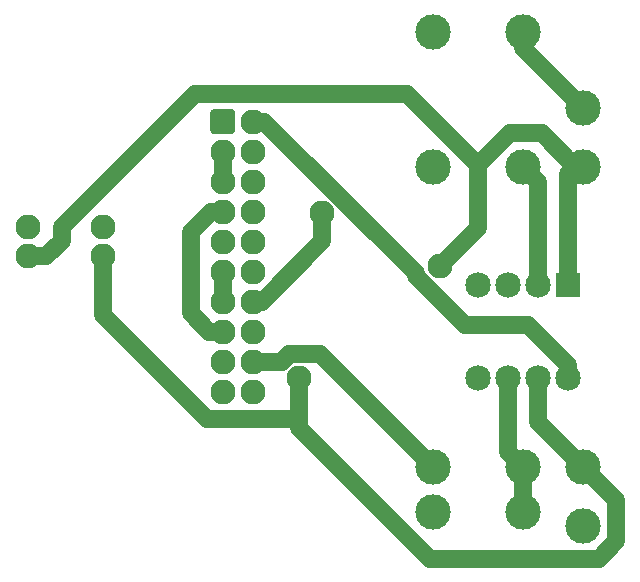
<source format=gbr>
%TF.GenerationSoftware,KiCad,Pcbnew,(5.1.9)-1*%
%TF.CreationDate,2021-04-30T18:21:52-07:00*%
%TF.ProjectId,preamp-board-v3,70726561-6d70-42d6-926f-6172642d7633,rev?*%
%TF.SameCoordinates,PX11a33a70PY316e4430*%
%TF.FileFunction,Copper,L2,Bot*%
%TF.FilePolarity,Positive*%
%FSLAX46Y46*%
G04 Gerber Fmt 4.6, Leading zero omitted, Abs format (unit mm)*
G04 Created by KiCad (PCBNEW (5.1.9)-1) date 2021-04-30 18:21:52*
%MOMM*%
%LPD*%
G01*
G04 APERTURE LIST*
%TA.AperFunction,ComponentPad*%
%ADD10C,3.000000*%
%TD*%
%TA.AperFunction,ComponentPad*%
%ADD11C,2.125000*%
%TD*%
%TA.AperFunction,ComponentPad*%
%ADD12R,2.159000X2.159000*%
%TD*%
%TA.AperFunction,ComponentPad*%
%ADD13C,2.159000*%
%TD*%
%TA.AperFunction,ViaPad*%
%ADD14C,2.125000*%
%TD*%
%TA.AperFunction,Conductor*%
%ADD15C,1.524000*%
%TD*%
G04 APERTURE END LIST*
D10*
%TO.P,C1,2*%
%TO.N,Net-(C1-Pad2)*%
X63500000Y44370000D03*
%TO.P,C1,1*%
%TO.N,Net-(C1-Pad1)*%
X63500000Y39370000D03*
%TD*%
%TO.P,C2,2*%
%TO.N,Net-(C2-Pad2)*%
X63500000Y8970000D03*
%TO.P,C2,1*%
%TO.N,Net-(C2-Pad1)*%
X63500000Y13970000D03*
%TD*%
%TO.P,R1,2*%
%TO.N,Net-(J1-Pad8)*%
X50800000Y10160000D03*
%TO.P,R1,1*%
%TO.N,Net-(C2-Pad2)*%
X58420000Y10160000D03*
%TD*%
%TO.P,R2,2*%
%TO.N,Net-(J1-Pad18)*%
X50800000Y13970000D03*
%TO.P,R2,1*%
%TO.N,Net-(C2-Pad2)*%
X58420000Y13970000D03*
%TD*%
%TO.P,R4,2*%
%TO.N,Net-(J1-Pad14)*%
X50800000Y39370000D03*
%TO.P,R4,1*%
%TO.N,Net-(C1-Pad2)*%
X58420000Y39370000D03*
%TD*%
%TO.P,R3,2*%
%TO.N,Net-(J1-Pad6)*%
X50800000Y50800000D03*
%TO.P,R3,1*%
%TO.N,Net-(C1-Pad2)*%
X58420000Y50800000D03*
%TD*%
D11*
%TO.P,C4,2*%
%TO.N,Net-(C2-Pad1)*%
X22860000Y31790000D03*
%TO.P,C4,1*%
%TO.N,Net-(C4-Pad1)*%
X22860000Y34290000D03*
%TD*%
%TO.P,C3,2*%
%TO.N,Net-(C1-Pad1)*%
X16510000Y31790000D03*
%TO.P,C3,1*%
%TO.N,Net-(C3-Pad1)*%
X16510000Y34290000D03*
%TD*%
%TO.P,J1,1*%
%TO.N,Net-(C3-Pad1)*%
%TA.AperFunction,ComponentPad*%
G36*
G01*
X31957500Y42429875D02*
X31957500Y43930125D01*
G75*
G02*
X32269875Y44242500I312375J0D01*
G01*
X33770125Y44242500D01*
G75*
G02*
X34082500Y43930125I0J-312375D01*
G01*
X34082500Y42429875D01*
G75*
G02*
X33770125Y42117500I-312375J0D01*
G01*
X32269875Y42117500D01*
G75*
G02*
X31957500Y42429875I0J312375D01*
G01*
G37*
%TD.AperFunction*%
%TO.P,J1,3*%
%TO.N,Net-(J1-Pad3)*%
X33020000Y40640000D03*
%TO.P,J1,5*%
X33020000Y38100000D03*
%TO.P,J1,7*%
%TO.N,GND*%
X33020000Y35560000D03*
%TO.P,J1,9*%
%TO.N,Net-(C4-Pad1)*%
X33020000Y33020000D03*
%TO.P,J1,11*%
%TO.N,Net-(J1-Pad11)*%
X33020000Y30480000D03*
%TO.P,J1,13*%
X33020000Y27940000D03*
%TO.P,J1,15*%
%TO.N,GND*%
X33020000Y25400000D03*
%TO.P,J1,17*%
%TO.N,Net-(J1-Pad17)*%
X33020000Y22860000D03*
%TO.P,J1,19*%
%TO.N,Net-(J1-Pad19)*%
X33020000Y20320000D03*
%TO.P,J1,2*%
%TO.N,Net-(J1-Pad2)*%
X35560000Y43180000D03*
%TO.P,J1,4*%
%TO.N,Net-(J1-Pad4)*%
X35560000Y40640000D03*
%TO.P,J1,6*%
%TO.N,Net-(J1-Pad6)*%
X35560000Y38100000D03*
%TO.P,J1,8*%
%TO.N,Net-(J1-Pad8)*%
X35560000Y35560000D03*
%TO.P,J1,10*%
%TO.N,GND*%
X35560000Y33020000D03*
%TO.P,J1,12*%
%TO.N,Net-(C1-Pad1)*%
X35560000Y30480000D03*
%TO.P,J1,14*%
%TO.N,Net-(J1-Pad14)*%
X35560000Y27940000D03*
%TO.P,J1,16*%
%TO.N,Net-(C2-Pad1)*%
X35560000Y25400000D03*
%TO.P,J1,18*%
%TO.N,Net-(J1-Pad18)*%
X35560000Y22860000D03*
%TO.P,J1,20*%
%TO.N,Net-(J1-Pad20)*%
X35560000Y20320000D03*
%TD*%
D12*
%TO.P,U1,1*%
%TO.N,Net-(C1-Pad1)*%
X62230000Y29370000D03*
D13*
%TO.P,U1,2*%
%TO.N,Net-(C1-Pad2)*%
X59690000Y29370000D03*
%TO.P,U1,3*%
%TO.N,GND*%
X57150000Y29370000D03*
%TO.P,U1,4*%
%TO.N,Net-(J1-Pad20)*%
X54610000Y29370000D03*
%TO.P,U1,5*%
%TO.N,GND*%
X54610000Y21430000D03*
%TO.P,U1,6*%
%TO.N,Net-(C2-Pad2)*%
X57150000Y21430000D03*
%TO.P,U1,7*%
%TO.N,Net-(C2-Pad1)*%
X59690000Y21430000D03*
%TO.P,U1,8*%
%TO.N,Net-(J1-Pad2)*%
X62230000Y21430000D03*
%TD*%
D14*
%TO.N,Net-(C1-Pad1)*%
X51384000Y30909000D03*
%TO.N,Net-(C2-Pad1)*%
X39505000Y21463000D03*
%TO.N,Net-(J1-Pad14)*%
X41420000Y35400000D03*
%TD*%
D15*
%TO.N,Net-(C1-Pad1)*%
X54610000Y39489000D02*
X54610000Y34135000D01*
X54610000Y34135000D02*
X51384000Y30909000D01*
X62865000Y39370000D02*
X60054000Y42181000D01*
X60054000Y42181000D02*
X57302000Y42181000D01*
X57302000Y42181000D02*
X54610000Y39489000D01*
X54610000Y39489000D02*
X48584000Y45515000D01*
X48584000Y45515000D02*
X30637000Y45515000D01*
X30637000Y45515000D02*
X19380000Y34258000D01*
X19380000Y34258000D02*
X19380000Y33106000D01*
X19380000Y33106000D02*
X18064000Y31790000D01*
X18064000Y31790000D02*
X16510000Y31790000D01*
X62230000Y29370000D02*
X62230000Y38735000D01*
X62230000Y38735000D02*
X62865000Y39370000D01*
X63500000Y39370000D02*
X62865000Y39370000D01*
%TO.N,Net-(C1-Pad2)*%
X63500000Y44370000D02*
X58420000Y49450000D01*
X58420000Y49450000D02*
X58420000Y50800000D01*
X58420000Y39370000D02*
X59690000Y38100000D01*
X59690000Y38100000D02*
X59690000Y29370000D01*
%TO.N,Net-(C2-Pad2)*%
X58420000Y10160000D02*
X58420000Y13970000D01*
X58420000Y13970000D02*
X57150000Y15240000D01*
X57150000Y15240000D02*
X57150000Y21430000D01*
%TO.N,Net-(C2-Pad1)*%
X39505000Y17985000D02*
X39505000Y21463000D01*
X63500000Y13970000D02*
X66337000Y11133000D01*
X66337000Y11133000D02*
X66337000Y7638000D01*
X66337000Y7638000D02*
X64831000Y6132000D01*
X64831000Y6132000D02*
X50599000Y6132000D01*
X50599000Y6132000D02*
X39505000Y17226000D01*
X39505000Y17226000D02*
X39505000Y17985000D01*
X22860000Y31790000D02*
X22860000Y26828000D01*
X22860000Y26828000D02*
X31703000Y17985000D01*
X31703000Y17985000D02*
X39505000Y17985000D01*
X59690000Y21430000D02*
X59690000Y17780000D01*
X59690000Y17780000D02*
X63500000Y13970000D01*
%TO.N,Net-(J1-Pad2)*%
X35560000Y43180000D02*
X36516000Y43180000D01*
X36516000Y43180000D02*
X49351000Y30345000D01*
X49351000Y30345000D02*
X49351000Y30066000D01*
X49351000Y30066000D02*
X53485000Y25932000D01*
X53485000Y25932000D02*
X58855000Y25932000D01*
X58855000Y25932000D02*
X62230000Y22557000D01*
X62230000Y22557000D02*
X62230000Y21430000D01*
%TO.N,Net-(J1-Pad11)*%
X33020000Y30480000D02*
X33020000Y27940000D01*
%TO.N,GND*%
X33020000Y25400000D02*
X31854000Y25400000D01*
X31854000Y25400000D02*
X30322000Y26932000D01*
X30322000Y26932000D02*
X30322000Y33827000D01*
X30322000Y33827000D02*
X32055000Y35560000D01*
X32055000Y35560000D02*
X33020000Y35560000D01*
%TO.N,Net-(J1-Pad14)*%
X35560000Y27940000D02*
X36323000Y27940000D01*
X36323000Y27940000D02*
X41420000Y33037000D01*
X41420000Y33037000D02*
X41420000Y35400000D01*
%TO.N,Net-(J1-Pad18)*%
X50800000Y13970000D02*
X41274000Y23496000D01*
X41274000Y23496000D02*
X38662000Y23496000D01*
X38662000Y23496000D02*
X38026000Y22860000D01*
X38026000Y22860000D02*
X35560000Y22860000D01*
%TO.N,Net-(J1-Pad3)*%
X33020000Y40640000D02*
X33020000Y38100000D01*
%TD*%
M02*

</source>
